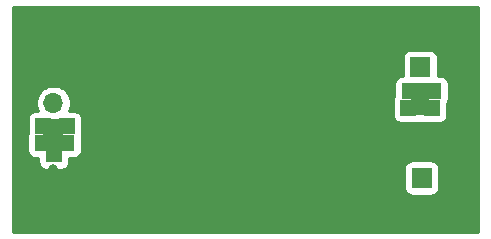
<source format=gbr>
%TF.GenerationSoftware,KiCad,Pcbnew,(5.1.10)-1*%
%TF.CreationDate,2021-11-09T18:22:06+08:00*%
%TF.ProjectId,mt3608,6d743336-3038-42e6-9b69-6361645f7063,rev?*%
%TF.SameCoordinates,Original*%
%TF.FileFunction,Copper,L2,Bot*%
%TF.FilePolarity,Positive*%
%FSLAX46Y46*%
G04 Gerber Fmt 4.6, Leading zero omitted, Abs format (unit mm)*
G04 Created by KiCad (PCBNEW (5.1.10)-1) date 2021-11-09 18:22:06*
%MOMM*%
%LPD*%
G01*
G04 APERTURE LIST*
%TA.AperFunction,SMDPad,CuDef*%
%ADD10R,1.319000X1.319000*%
%TD*%
%TA.AperFunction,SMDPad,CuDef*%
%ADD11C,0.100000*%
%TD*%
%TA.AperFunction,ComponentPad*%
%ADD12R,1.700000X1.700000*%
%TD*%
%TA.AperFunction,ComponentPad*%
%ADD13O,1.700000X1.700000*%
%TD*%
%TA.AperFunction,ViaPad*%
%ADD14C,0.800000*%
%TD*%
%TA.AperFunction,Conductor*%
%ADD15C,0.254000*%
%TD*%
%TA.AperFunction,Conductor*%
%ADD16C,0.100000*%
%TD*%
G04 APERTURE END LIST*
D10*
%TO.P,,1*%
%TO.N,N/C*%
X69590000Y-44630000D03*
X71590000Y-44630000D03*
%TA.AperFunction,SMDPad,CuDef*%
D11*
G36*
X69580792Y-45289436D02*
G01*
X69516486Y-45285390D01*
X69452882Y-45275088D01*
X69390587Y-45258629D01*
X69330195Y-45236170D01*
X69272283Y-45207924D01*
X69217404Y-45174162D01*
X69166082Y-45135206D01*
X69118805Y-45091428D01*
X69076027Y-45043245D01*
X69038154Y-44991118D01*
X69005549Y-44935544D01*
X68978522Y-44877053D01*
X68957332Y-44816204D01*
X68942182Y-44753578D01*
X68933214Y-44689772D01*
X68930516Y-44625396D01*
X68934113Y-44561063D01*
X68943970Y-44497389D01*
X68959994Y-44434981D01*
X68982031Y-44374433D01*
X69009872Y-44316326D01*
X69043250Y-44261212D01*
X69081847Y-44209619D01*
X69125294Y-44162038D01*
X69173177Y-44118924D01*
X69225038Y-44080688D01*
X69280384Y-44047696D01*
X69338684Y-44020262D01*
X69399384Y-43998648D01*
X69461902Y-43983060D01*
X69525644Y-43973648D01*
X69590000Y-43970500D01*
X71590000Y-43970500D01*
X71599208Y-43970564D01*
X71610810Y-43971294D01*
X71622360Y-43971294D01*
X71642791Y-43973306D01*
X71663514Y-43974610D01*
X71675129Y-43976492D01*
X71686769Y-43977638D01*
X71706765Y-43981615D01*
X71727118Y-43984912D01*
X71738629Y-43987953D01*
X71750245Y-43990264D01*
X71769619Y-43996141D01*
X71789413Y-44001371D01*
X71800712Y-44005574D01*
X71812179Y-44009052D01*
X71830738Y-44016739D01*
X71849805Y-44023830D01*
X71860778Y-44029182D01*
X71871973Y-44033819D01*
X71889573Y-44043226D01*
X71907717Y-44052076D01*
X71918234Y-44058546D01*
X71929051Y-44064328D01*
X71945527Y-44075337D01*
X71962596Y-44085838D01*
X71972540Y-44093387D01*
X71982864Y-44100285D01*
X71998080Y-44112773D01*
X72013918Y-44124794D01*
X72023191Y-44133381D01*
X72032893Y-44141343D01*
X72046697Y-44155147D01*
X72061195Y-44168572D01*
X72069687Y-44178137D01*
X72078657Y-44187107D01*
X72090964Y-44202103D01*
X72103973Y-44216755D01*
X72111571Y-44227212D01*
X72119715Y-44237136D01*
X72130409Y-44253140D01*
X72141846Y-44268882D01*
X72148461Y-44280157D01*
X72155672Y-44290949D01*
X72164680Y-44307802D01*
X72174451Y-44324456D01*
X72179994Y-44336452D01*
X72186181Y-44348027D01*
X72193437Y-44365545D01*
X72201478Y-44382947D01*
X72205875Y-44395574D01*
X72210948Y-44407821D01*
X72216408Y-44425821D01*
X72222668Y-44443796D01*
X72225845Y-44456927D01*
X72229736Y-44469755D01*
X72233382Y-44488084D01*
X72237818Y-44506422D01*
X72239717Y-44519935D01*
X72242362Y-44533231D01*
X72244179Y-44551682D01*
X72246786Y-44570228D01*
X72247364Y-44584012D01*
X72248706Y-44597640D01*
X72248706Y-44616040D01*
X72249484Y-44634604D01*
X72248706Y-44648519D01*
X72248706Y-44662360D01*
X72246916Y-44680534D01*
X72245887Y-44698937D01*
X72243733Y-44712854D01*
X72242362Y-44726769D01*
X72238826Y-44744546D01*
X72236030Y-44762611D01*
X72232491Y-44776393D01*
X72229736Y-44790245D01*
X72224519Y-44807444D01*
X72220006Y-44825019D01*
X72215088Y-44838531D01*
X72210948Y-44852179D01*
X72204130Y-44868641D01*
X72197969Y-44885567D01*
X72191693Y-44898666D01*
X72186181Y-44911973D01*
X72177842Y-44927574D01*
X72170128Y-44943674D01*
X72162534Y-44956214D01*
X72155672Y-44969051D01*
X72145919Y-44983647D01*
X72136750Y-44998788D01*
X72127878Y-45010647D01*
X72119715Y-45022864D01*
X72108675Y-45036317D01*
X72098153Y-45050381D01*
X72088069Y-45061424D01*
X72078657Y-45072893D01*
X72066456Y-45085094D01*
X72054706Y-45097962D01*
X72043481Y-45108069D01*
X72032893Y-45118657D01*
X72019665Y-45129513D01*
X72006823Y-45141076D01*
X71994548Y-45150126D01*
X71982864Y-45159715D01*
X71968748Y-45169147D01*
X71954962Y-45179312D01*
X71941736Y-45187196D01*
X71929051Y-45195672D01*
X71914206Y-45203607D01*
X71899616Y-45212304D01*
X71885571Y-45218913D01*
X71871973Y-45226181D01*
X71856552Y-45232569D01*
X71841316Y-45239738D01*
X71826549Y-45244996D01*
X71812179Y-45250948D01*
X71796344Y-45255752D01*
X71780616Y-45261352D01*
X71765272Y-45265178D01*
X71750245Y-45269736D01*
X71734154Y-45272937D01*
X71718098Y-45276940D01*
X71702301Y-45279273D01*
X71686769Y-45282362D01*
X71670577Y-45283957D01*
X71654356Y-45286352D01*
X71638272Y-45287139D01*
X71622360Y-45288706D01*
X71606232Y-45288706D01*
X71590000Y-45289500D01*
X69590000Y-45289500D01*
X69580792Y-45289436D01*
G37*
%TD.AperFunction*%
%TD*%
%TA.AperFunction,SMDPad,CuDef*%
%TO.P,,1*%
%TO.N,N/C*%
G36*
X69700792Y-43869436D02*
G01*
X69636486Y-43865390D01*
X69572882Y-43855088D01*
X69510587Y-43838629D01*
X69450195Y-43816170D01*
X69392283Y-43787924D01*
X69337404Y-43754162D01*
X69286082Y-43715206D01*
X69238805Y-43671428D01*
X69196027Y-43623245D01*
X69158154Y-43571118D01*
X69125549Y-43515544D01*
X69098522Y-43457053D01*
X69077332Y-43396204D01*
X69062182Y-43333578D01*
X69053214Y-43269772D01*
X69050516Y-43205396D01*
X69054113Y-43141063D01*
X69063970Y-43077389D01*
X69079994Y-43014981D01*
X69102031Y-42954433D01*
X69129872Y-42896326D01*
X69163250Y-42841212D01*
X69201847Y-42789619D01*
X69245294Y-42742038D01*
X69293177Y-42698924D01*
X69345038Y-42660688D01*
X69400384Y-42627696D01*
X69458684Y-42600262D01*
X69519384Y-42578648D01*
X69581902Y-42563060D01*
X69645644Y-42553648D01*
X69710000Y-42550500D01*
X71710000Y-42550500D01*
X71719208Y-42550564D01*
X71730810Y-42551294D01*
X71742360Y-42551294D01*
X71762791Y-42553306D01*
X71783514Y-42554610D01*
X71795129Y-42556492D01*
X71806769Y-42557638D01*
X71826765Y-42561615D01*
X71847118Y-42564912D01*
X71858629Y-42567953D01*
X71870245Y-42570264D01*
X71889619Y-42576141D01*
X71909413Y-42581371D01*
X71920712Y-42585574D01*
X71932179Y-42589052D01*
X71950738Y-42596739D01*
X71969805Y-42603830D01*
X71980778Y-42609182D01*
X71991973Y-42613819D01*
X72009573Y-42623226D01*
X72027717Y-42632076D01*
X72038234Y-42638546D01*
X72049051Y-42644328D01*
X72065527Y-42655337D01*
X72082596Y-42665838D01*
X72092540Y-42673387D01*
X72102864Y-42680285D01*
X72118080Y-42692773D01*
X72133918Y-42704794D01*
X72143191Y-42713381D01*
X72152893Y-42721343D01*
X72166697Y-42735147D01*
X72181195Y-42748572D01*
X72189687Y-42758137D01*
X72198657Y-42767107D01*
X72210964Y-42782103D01*
X72223973Y-42796755D01*
X72231571Y-42807212D01*
X72239715Y-42817136D01*
X72250409Y-42833140D01*
X72261846Y-42848882D01*
X72268461Y-42860157D01*
X72275672Y-42870949D01*
X72284680Y-42887802D01*
X72294451Y-42904456D01*
X72299994Y-42916452D01*
X72306181Y-42928027D01*
X72313437Y-42945545D01*
X72321478Y-42962947D01*
X72325875Y-42975574D01*
X72330948Y-42987821D01*
X72336408Y-43005821D01*
X72342668Y-43023796D01*
X72345845Y-43036927D01*
X72349736Y-43049755D01*
X72353382Y-43068084D01*
X72357818Y-43086422D01*
X72359717Y-43099935D01*
X72362362Y-43113231D01*
X72364179Y-43131682D01*
X72366786Y-43150228D01*
X72367364Y-43164012D01*
X72368706Y-43177640D01*
X72368706Y-43196040D01*
X72369484Y-43214604D01*
X72368706Y-43228519D01*
X72368706Y-43242360D01*
X72366916Y-43260534D01*
X72365887Y-43278937D01*
X72363733Y-43292854D01*
X72362362Y-43306769D01*
X72358826Y-43324546D01*
X72356030Y-43342611D01*
X72352491Y-43356393D01*
X72349736Y-43370245D01*
X72344519Y-43387444D01*
X72340006Y-43405019D01*
X72335088Y-43418531D01*
X72330948Y-43432179D01*
X72324130Y-43448641D01*
X72317969Y-43465567D01*
X72311693Y-43478666D01*
X72306181Y-43491973D01*
X72297842Y-43507574D01*
X72290128Y-43523674D01*
X72282534Y-43536214D01*
X72275672Y-43549051D01*
X72265919Y-43563647D01*
X72256750Y-43578788D01*
X72247878Y-43590647D01*
X72239715Y-43602864D01*
X72228675Y-43616317D01*
X72218153Y-43630381D01*
X72208069Y-43641424D01*
X72198657Y-43652893D01*
X72186456Y-43665094D01*
X72174706Y-43677962D01*
X72163481Y-43688069D01*
X72152893Y-43698657D01*
X72139665Y-43709513D01*
X72126823Y-43721076D01*
X72114548Y-43730126D01*
X72102864Y-43739715D01*
X72088748Y-43749147D01*
X72074962Y-43759312D01*
X72061736Y-43767196D01*
X72049051Y-43775672D01*
X72034206Y-43783607D01*
X72019616Y-43792304D01*
X72005571Y-43798913D01*
X71991973Y-43806181D01*
X71976552Y-43812569D01*
X71961316Y-43819738D01*
X71946549Y-43824996D01*
X71932179Y-43830948D01*
X71916344Y-43835752D01*
X71900616Y-43841352D01*
X71885272Y-43845178D01*
X71870245Y-43849736D01*
X71854154Y-43852937D01*
X71838098Y-43856940D01*
X71822301Y-43859273D01*
X71806769Y-43862362D01*
X71790577Y-43863957D01*
X71774356Y-43866352D01*
X71758272Y-43867139D01*
X71742360Y-43868706D01*
X71726232Y-43868706D01*
X71710000Y-43869500D01*
X69710000Y-43869500D01*
X69700792Y-43869436D01*
G37*
%TD.AperFunction*%
D10*
X71710000Y-43210000D03*
X69710000Y-43210000D03*
%TD*%
%TA.AperFunction,SMDPad,CuDef*%
D11*
%TO.P,,1*%
%TO.N,N/C*%
G36*
X40649208Y-46952564D02*
G01*
X40713514Y-46956610D01*
X40777118Y-46966912D01*
X40839413Y-46983371D01*
X40899805Y-47005830D01*
X40957717Y-47034076D01*
X41012596Y-47067838D01*
X41063918Y-47106794D01*
X41111195Y-47150572D01*
X41153973Y-47198755D01*
X41191846Y-47250882D01*
X41224451Y-47306456D01*
X41251478Y-47364947D01*
X41272668Y-47425796D01*
X41287818Y-47488422D01*
X41296786Y-47552228D01*
X41299484Y-47616604D01*
X41295887Y-47680937D01*
X41286030Y-47744611D01*
X41270006Y-47807019D01*
X41247969Y-47867567D01*
X41220128Y-47925674D01*
X41186750Y-47980788D01*
X41148153Y-48032381D01*
X41104706Y-48079962D01*
X41056823Y-48123076D01*
X41004962Y-48161312D01*
X40949616Y-48194304D01*
X40891316Y-48221738D01*
X40830616Y-48243352D01*
X40768098Y-48258940D01*
X40704356Y-48268352D01*
X40640000Y-48271500D01*
X38640000Y-48271500D01*
X38630792Y-48271436D01*
X38619190Y-48270706D01*
X38607640Y-48270706D01*
X38587209Y-48268694D01*
X38566486Y-48267390D01*
X38554871Y-48265508D01*
X38543231Y-48264362D01*
X38523235Y-48260385D01*
X38502882Y-48257088D01*
X38491371Y-48254047D01*
X38479755Y-48251736D01*
X38460381Y-48245859D01*
X38440587Y-48240629D01*
X38429288Y-48236426D01*
X38417821Y-48232948D01*
X38399262Y-48225261D01*
X38380195Y-48218170D01*
X38369222Y-48212818D01*
X38358027Y-48208181D01*
X38340427Y-48198774D01*
X38322283Y-48189924D01*
X38311766Y-48183454D01*
X38300949Y-48177672D01*
X38284473Y-48166663D01*
X38267404Y-48156162D01*
X38257460Y-48148613D01*
X38247136Y-48141715D01*
X38231920Y-48129227D01*
X38216082Y-48117206D01*
X38206809Y-48108619D01*
X38197107Y-48100657D01*
X38183303Y-48086853D01*
X38168805Y-48073428D01*
X38160313Y-48063863D01*
X38151343Y-48054893D01*
X38139036Y-48039897D01*
X38126027Y-48025245D01*
X38118429Y-48014788D01*
X38110285Y-48004864D01*
X38099591Y-47988860D01*
X38088154Y-47973118D01*
X38081539Y-47961843D01*
X38074328Y-47951051D01*
X38065320Y-47934198D01*
X38055549Y-47917544D01*
X38050006Y-47905548D01*
X38043819Y-47893973D01*
X38036563Y-47876455D01*
X38028522Y-47859053D01*
X38024125Y-47846426D01*
X38019052Y-47834179D01*
X38013592Y-47816179D01*
X38007332Y-47798204D01*
X38004155Y-47785073D01*
X38000264Y-47772245D01*
X37996618Y-47753916D01*
X37992182Y-47735578D01*
X37990283Y-47722065D01*
X37987638Y-47708769D01*
X37985821Y-47690318D01*
X37983214Y-47671772D01*
X37982636Y-47657988D01*
X37981294Y-47644360D01*
X37981294Y-47625960D01*
X37980516Y-47607396D01*
X37981294Y-47593481D01*
X37981294Y-47579640D01*
X37983084Y-47561466D01*
X37984113Y-47543063D01*
X37986267Y-47529146D01*
X37987638Y-47515231D01*
X37991174Y-47497454D01*
X37993970Y-47479389D01*
X37997509Y-47465607D01*
X38000264Y-47451755D01*
X38005481Y-47434556D01*
X38009994Y-47416981D01*
X38014912Y-47403469D01*
X38019052Y-47389821D01*
X38025870Y-47373359D01*
X38032031Y-47356433D01*
X38038307Y-47343334D01*
X38043819Y-47330027D01*
X38052158Y-47314426D01*
X38059872Y-47298326D01*
X38067466Y-47285786D01*
X38074328Y-47272949D01*
X38084081Y-47258353D01*
X38093250Y-47243212D01*
X38102122Y-47231353D01*
X38110285Y-47219136D01*
X38121325Y-47205683D01*
X38131847Y-47191619D01*
X38141931Y-47180576D01*
X38151343Y-47169107D01*
X38163544Y-47156906D01*
X38175294Y-47144038D01*
X38186519Y-47133931D01*
X38197107Y-47123343D01*
X38210335Y-47112487D01*
X38223177Y-47100924D01*
X38235452Y-47091874D01*
X38247136Y-47082285D01*
X38261252Y-47072853D01*
X38275038Y-47062688D01*
X38288264Y-47054804D01*
X38300949Y-47046328D01*
X38315794Y-47038393D01*
X38330384Y-47029696D01*
X38344429Y-47023087D01*
X38358027Y-47015819D01*
X38373448Y-47009431D01*
X38388684Y-47002262D01*
X38403451Y-46997004D01*
X38417821Y-46991052D01*
X38433656Y-46986248D01*
X38449384Y-46980648D01*
X38464728Y-46976822D01*
X38479755Y-46972264D01*
X38495846Y-46969063D01*
X38511902Y-46965060D01*
X38527699Y-46962727D01*
X38543231Y-46959638D01*
X38559423Y-46958043D01*
X38575644Y-46955648D01*
X38591728Y-46954861D01*
X38607640Y-46953294D01*
X38623768Y-46953294D01*
X38640000Y-46952500D01*
X40640000Y-46952500D01*
X40649208Y-46952564D01*
G37*
%TD.AperFunction*%
D10*
X38640000Y-47612000D03*
X40640000Y-47612000D03*
%TD*%
%TO.P,,1*%
%TO.N,N/C*%
X39570000Y-46590000D03*
X39570000Y-48590000D03*
%TA.AperFunction,SMDPad,CuDef*%
D11*
G36*
X38910564Y-46580792D02*
G01*
X38914610Y-46516486D01*
X38924912Y-46452882D01*
X38941371Y-46390587D01*
X38963830Y-46330195D01*
X38992076Y-46272283D01*
X39025838Y-46217404D01*
X39064794Y-46166082D01*
X39108572Y-46118805D01*
X39156755Y-46076027D01*
X39208882Y-46038154D01*
X39264456Y-46005549D01*
X39322947Y-45978522D01*
X39383796Y-45957332D01*
X39446422Y-45942182D01*
X39510228Y-45933214D01*
X39574604Y-45930516D01*
X39638937Y-45934113D01*
X39702611Y-45943970D01*
X39765019Y-45959994D01*
X39825567Y-45982031D01*
X39883674Y-46009872D01*
X39938788Y-46043250D01*
X39990381Y-46081847D01*
X40037962Y-46125294D01*
X40081076Y-46173177D01*
X40119312Y-46225038D01*
X40152304Y-46280384D01*
X40179738Y-46338684D01*
X40201352Y-46399384D01*
X40216940Y-46461902D01*
X40226352Y-46525644D01*
X40229500Y-46590000D01*
X40229500Y-48590000D01*
X40229436Y-48599208D01*
X40228706Y-48610810D01*
X40228706Y-48622360D01*
X40226694Y-48642791D01*
X40225390Y-48663514D01*
X40223508Y-48675129D01*
X40222362Y-48686769D01*
X40218385Y-48706765D01*
X40215088Y-48727118D01*
X40212047Y-48738629D01*
X40209736Y-48750245D01*
X40203859Y-48769619D01*
X40198629Y-48789413D01*
X40194426Y-48800712D01*
X40190948Y-48812179D01*
X40183261Y-48830738D01*
X40176170Y-48849805D01*
X40170818Y-48860778D01*
X40166181Y-48871973D01*
X40156774Y-48889573D01*
X40147924Y-48907717D01*
X40141454Y-48918234D01*
X40135672Y-48929051D01*
X40124663Y-48945527D01*
X40114162Y-48962596D01*
X40106613Y-48972540D01*
X40099715Y-48982864D01*
X40087227Y-48998080D01*
X40075206Y-49013918D01*
X40066619Y-49023191D01*
X40058657Y-49032893D01*
X40044853Y-49046697D01*
X40031428Y-49061195D01*
X40021863Y-49069687D01*
X40012893Y-49078657D01*
X39997897Y-49090964D01*
X39983245Y-49103973D01*
X39972788Y-49111571D01*
X39962864Y-49119715D01*
X39946860Y-49130409D01*
X39931118Y-49141846D01*
X39919843Y-49148461D01*
X39909051Y-49155672D01*
X39892198Y-49164680D01*
X39875544Y-49174451D01*
X39863548Y-49179994D01*
X39851973Y-49186181D01*
X39834455Y-49193437D01*
X39817053Y-49201478D01*
X39804426Y-49205875D01*
X39792179Y-49210948D01*
X39774179Y-49216408D01*
X39756204Y-49222668D01*
X39743073Y-49225845D01*
X39730245Y-49229736D01*
X39711916Y-49233382D01*
X39693578Y-49237818D01*
X39680065Y-49239717D01*
X39666769Y-49242362D01*
X39648318Y-49244179D01*
X39629772Y-49246786D01*
X39615988Y-49247364D01*
X39602360Y-49248706D01*
X39583960Y-49248706D01*
X39565396Y-49249484D01*
X39551481Y-49248706D01*
X39537640Y-49248706D01*
X39519466Y-49246916D01*
X39501063Y-49245887D01*
X39487146Y-49243733D01*
X39473231Y-49242362D01*
X39455454Y-49238826D01*
X39437389Y-49236030D01*
X39423607Y-49232491D01*
X39409755Y-49229736D01*
X39392556Y-49224519D01*
X39374981Y-49220006D01*
X39361469Y-49215088D01*
X39347821Y-49210948D01*
X39331359Y-49204130D01*
X39314433Y-49197969D01*
X39301334Y-49191693D01*
X39288027Y-49186181D01*
X39272426Y-49177842D01*
X39256326Y-49170128D01*
X39243786Y-49162534D01*
X39230949Y-49155672D01*
X39216353Y-49145919D01*
X39201212Y-49136750D01*
X39189353Y-49127878D01*
X39177136Y-49119715D01*
X39163683Y-49108675D01*
X39149619Y-49098153D01*
X39138576Y-49088069D01*
X39127107Y-49078657D01*
X39114906Y-49066456D01*
X39102038Y-49054706D01*
X39091931Y-49043481D01*
X39081343Y-49032893D01*
X39070487Y-49019665D01*
X39058924Y-49006823D01*
X39049874Y-48994548D01*
X39040285Y-48982864D01*
X39030853Y-48968748D01*
X39020688Y-48954962D01*
X39012804Y-48941736D01*
X39004328Y-48929051D01*
X38996393Y-48914206D01*
X38987696Y-48899616D01*
X38981087Y-48885571D01*
X38973819Y-48871973D01*
X38967431Y-48856552D01*
X38960262Y-48841316D01*
X38955004Y-48826549D01*
X38949052Y-48812179D01*
X38944248Y-48796344D01*
X38938648Y-48780616D01*
X38934822Y-48765272D01*
X38930264Y-48750245D01*
X38927063Y-48734154D01*
X38923060Y-48718098D01*
X38920727Y-48702301D01*
X38917638Y-48686769D01*
X38916043Y-48670577D01*
X38913648Y-48654356D01*
X38912861Y-48638272D01*
X38911294Y-48622360D01*
X38911294Y-48606232D01*
X38910500Y-48590000D01*
X38910500Y-46590000D01*
X38910564Y-46580792D01*
G37*
%TD.AperFunction*%
%TD*%
%TA.AperFunction,SMDPad,CuDef*%
%TO.P,,1*%
%TO.N,N/C*%
G36*
X40679208Y-45550564D02*
G01*
X40743514Y-45554610D01*
X40807118Y-45564912D01*
X40869413Y-45581371D01*
X40929805Y-45603830D01*
X40987717Y-45632076D01*
X41042596Y-45665838D01*
X41093918Y-45704794D01*
X41141195Y-45748572D01*
X41183973Y-45796755D01*
X41221846Y-45848882D01*
X41254451Y-45904456D01*
X41281478Y-45962947D01*
X41302668Y-46023796D01*
X41317818Y-46086422D01*
X41326786Y-46150228D01*
X41329484Y-46214604D01*
X41325887Y-46278937D01*
X41316030Y-46342611D01*
X41300006Y-46405019D01*
X41277969Y-46465567D01*
X41250128Y-46523674D01*
X41216750Y-46578788D01*
X41178153Y-46630381D01*
X41134706Y-46677962D01*
X41086823Y-46721076D01*
X41034962Y-46759312D01*
X40979616Y-46792304D01*
X40921316Y-46819738D01*
X40860616Y-46841352D01*
X40798098Y-46856940D01*
X40734356Y-46866352D01*
X40670000Y-46869500D01*
X38670000Y-46869500D01*
X38660792Y-46869436D01*
X38649190Y-46868706D01*
X38637640Y-46868706D01*
X38617209Y-46866694D01*
X38596486Y-46865390D01*
X38584871Y-46863508D01*
X38573231Y-46862362D01*
X38553235Y-46858385D01*
X38532882Y-46855088D01*
X38521371Y-46852047D01*
X38509755Y-46849736D01*
X38490381Y-46843859D01*
X38470587Y-46838629D01*
X38459288Y-46834426D01*
X38447821Y-46830948D01*
X38429262Y-46823261D01*
X38410195Y-46816170D01*
X38399222Y-46810818D01*
X38388027Y-46806181D01*
X38370427Y-46796774D01*
X38352283Y-46787924D01*
X38341766Y-46781454D01*
X38330949Y-46775672D01*
X38314473Y-46764663D01*
X38297404Y-46754162D01*
X38287460Y-46746613D01*
X38277136Y-46739715D01*
X38261920Y-46727227D01*
X38246082Y-46715206D01*
X38236809Y-46706619D01*
X38227107Y-46698657D01*
X38213303Y-46684853D01*
X38198805Y-46671428D01*
X38190313Y-46661863D01*
X38181343Y-46652893D01*
X38169036Y-46637897D01*
X38156027Y-46623245D01*
X38148429Y-46612788D01*
X38140285Y-46602864D01*
X38129591Y-46586860D01*
X38118154Y-46571118D01*
X38111539Y-46559843D01*
X38104328Y-46549051D01*
X38095320Y-46532198D01*
X38085549Y-46515544D01*
X38080006Y-46503548D01*
X38073819Y-46491973D01*
X38066563Y-46474455D01*
X38058522Y-46457053D01*
X38054125Y-46444426D01*
X38049052Y-46432179D01*
X38043592Y-46414179D01*
X38037332Y-46396204D01*
X38034155Y-46383073D01*
X38030264Y-46370245D01*
X38026618Y-46351916D01*
X38022182Y-46333578D01*
X38020283Y-46320065D01*
X38017638Y-46306769D01*
X38015821Y-46288318D01*
X38013214Y-46269772D01*
X38012636Y-46255988D01*
X38011294Y-46242360D01*
X38011294Y-46223960D01*
X38010516Y-46205396D01*
X38011294Y-46191481D01*
X38011294Y-46177640D01*
X38013084Y-46159466D01*
X38014113Y-46141063D01*
X38016267Y-46127146D01*
X38017638Y-46113231D01*
X38021174Y-46095454D01*
X38023970Y-46077389D01*
X38027509Y-46063607D01*
X38030264Y-46049755D01*
X38035481Y-46032556D01*
X38039994Y-46014981D01*
X38044912Y-46001469D01*
X38049052Y-45987821D01*
X38055870Y-45971359D01*
X38062031Y-45954433D01*
X38068307Y-45941334D01*
X38073819Y-45928027D01*
X38082158Y-45912426D01*
X38089872Y-45896326D01*
X38097466Y-45883786D01*
X38104328Y-45870949D01*
X38114081Y-45856353D01*
X38123250Y-45841212D01*
X38132122Y-45829353D01*
X38140285Y-45817136D01*
X38151325Y-45803683D01*
X38161847Y-45789619D01*
X38171931Y-45778576D01*
X38181343Y-45767107D01*
X38193544Y-45754906D01*
X38205294Y-45742038D01*
X38216519Y-45731931D01*
X38227107Y-45721343D01*
X38240335Y-45710487D01*
X38253177Y-45698924D01*
X38265452Y-45689874D01*
X38277136Y-45680285D01*
X38291252Y-45670853D01*
X38305038Y-45660688D01*
X38318264Y-45652804D01*
X38330949Y-45644328D01*
X38345794Y-45636393D01*
X38360384Y-45627696D01*
X38374429Y-45621087D01*
X38388027Y-45613819D01*
X38403448Y-45607431D01*
X38418684Y-45600262D01*
X38433451Y-45595004D01*
X38447821Y-45589052D01*
X38463656Y-45584248D01*
X38479384Y-45578648D01*
X38494728Y-45574822D01*
X38509755Y-45570264D01*
X38525846Y-45567063D01*
X38541902Y-45563060D01*
X38557699Y-45560727D01*
X38573231Y-45557638D01*
X38589423Y-45556043D01*
X38605644Y-45553648D01*
X38621728Y-45552861D01*
X38637640Y-45551294D01*
X38653768Y-45551294D01*
X38670000Y-45550500D01*
X40670000Y-45550500D01*
X40679208Y-45550564D01*
G37*
%TD.AperFunction*%
D10*
X38670000Y-46210000D03*
X40670000Y-46210000D03*
%TD*%
D12*
%TO.P,EN,1*%
%TO.N,Net-(EN1-Pad1)*%
X70730000Y-50580000D03*
%TD*%
%TO.P,Vin,1*%
%TO.N,Net-(C1-Pad1)*%
X70590000Y-41220000D03*
D13*
%TO.P,Vin,2*%
%TO.N,GND*%
X70590000Y-43760000D03*
%TD*%
%TO.P,Vout,2*%
%TO.N,Net-(C2-Pad1)*%
X39550000Y-44240000D03*
D12*
%TO.P,Vout,1*%
%TO.N,GND*%
X39550000Y-46780000D03*
%TD*%
D14*
%TO.N,GND*%
X39550000Y-50968000D03*
X39550000Y-49820000D03*
X51327500Y-45777500D03*
X52130000Y-45310000D03*
X53180000Y-45310000D03*
X50282500Y-45777500D03*
X70590000Y-46250000D03*
X70032500Y-47117500D03*
X68892500Y-47117500D03*
X67842500Y-47117500D03*
%TD*%
D15*
%TO.N,GND*%
X75460001Y-55140000D02*
X36140000Y-55140000D01*
X36140000Y-46952500D01*
X37342428Y-46952500D01*
X37342428Y-48271500D01*
X37354688Y-48395982D01*
X37390998Y-48515680D01*
X37449963Y-48625994D01*
X37529315Y-48722685D01*
X37626006Y-48802037D01*
X37736320Y-48861002D01*
X37856018Y-48897312D01*
X37980500Y-48909572D01*
X38272428Y-48909572D01*
X38272428Y-49249500D01*
X38284688Y-49373982D01*
X38320998Y-49493680D01*
X38379963Y-49603994D01*
X38459315Y-49700685D01*
X38556006Y-49780037D01*
X38666320Y-49839002D01*
X38786018Y-49875312D01*
X38910500Y-49887572D01*
X40229500Y-49887572D01*
X40353982Y-49875312D01*
X40473680Y-49839002D01*
X40583994Y-49780037D01*
X40644964Y-49730000D01*
X69241928Y-49730000D01*
X69241928Y-51430000D01*
X69254188Y-51554482D01*
X69290498Y-51674180D01*
X69349463Y-51784494D01*
X69428815Y-51881185D01*
X69525506Y-51960537D01*
X69635820Y-52019502D01*
X69755518Y-52055812D01*
X69880000Y-52068072D01*
X71580000Y-52068072D01*
X71704482Y-52055812D01*
X71824180Y-52019502D01*
X71934494Y-51960537D01*
X72031185Y-51881185D01*
X72110537Y-51784494D01*
X72169502Y-51674180D01*
X72205812Y-51554482D01*
X72218072Y-51430000D01*
X72218072Y-49730000D01*
X72205812Y-49605518D01*
X72169502Y-49485820D01*
X72110537Y-49375506D01*
X72031185Y-49278815D01*
X71934494Y-49199463D01*
X71824180Y-49140498D01*
X71704482Y-49104188D01*
X71580000Y-49091928D01*
X69880000Y-49091928D01*
X69755518Y-49104188D01*
X69635820Y-49140498D01*
X69525506Y-49199463D01*
X69428815Y-49278815D01*
X69349463Y-49375506D01*
X69290498Y-49485820D01*
X69254188Y-49605518D01*
X69241928Y-49730000D01*
X40644964Y-49730000D01*
X40680685Y-49700685D01*
X40760037Y-49603994D01*
X40819002Y-49493680D01*
X40855312Y-49373982D01*
X40867572Y-49249500D01*
X40867572Y-48909572D01*
X41299500Y-48909572D01*
X41423982Y-48897312D01*
X41543680Y-48861002D01*
X41653994Y-48802037D01*
X41750685Y-48722685D01*
X41830037Y-48625994D01*
X41889002Y-48515680D01*
X41925312Y-48395982D01*
X41937572Y-48271500D01*
X41937572Y-47052463D01*
X41955312Y-46993982D01*
X41967572Y-46869500D01*
X41967572Y-45550500D01*
X41955312Y-45426018D01*
X41919002Y-45306320D01*
X41860037Y-45196006D01*
X41780685Y-45099315D01*
X41683994Y-45019963D01*
X41573680Y-44960998D01*
X41453982Y-44924688D01*
X41329500Y-44912428D01*
X40878824Y-44912428D01*
X40977932Y-44673158D01*
X41035000Y-44386260D01*
X41035000Y-44093740D01*
X41010486Y-43970500D01*
X68292428Y-43970500D01*
X68292428Y-45289500D01*
X68304688Y-45413982D01*
X68340998Y-45533680D01*
X68399963Y-45643994D01*
X68479315Y-45740685D01*
X68576006Y-45820037D01*
X68686320Y-45879002D01*
X68806018Y-45915312D01*
X68930500Y-45927572D01*
X72249500Y-45927572D01*
X72373982Y-45915312D01*
X72493680Y-45879002D01*
X72603994Y-45820037D01*
X72700685Y-45740685D01*
X72780037Y-45643994D01*
X72839002Y-45533680D01*
X72875312Y-45413982D01*
X72887572Y-45289500D01*
X72887572Y-44239183D01*
X72900037Y-44223994D01*
X72959002Y-44113680D01*
X72995312Y-43993982D01*
X73007572Y-43869500D01*
X73007572Y-42550500D01*
X72995312Y-42426018D01*
X72959002Y-42306320D01*
X72900037Y-42196006D01*
X72820685Y-42099315D01*
X72723994Y-42019963D01*
X72613680Y-41960998D01*
X72493982Y-41924688D01*
X72369500Y-41912428D01*
X72078072Y-41912428D01*
X72078072Y-40370000D01*
X72065812Y-40245518D01*
X72029502Y-40125820D01*
X71970537Y-40015506D01*
X71891185Y-39918815D01*
X71794494Y-39839463D01*
X71684180Y-39780498D01*
X71564482Y-39744188D01*
X71440000Y-39731928D01*
X69740000Y-39731928D01*
X69615518Y-39744188D01*
X69495820Y-39780498D01*
X69385506Y-39839463D01*
X69288815Y-39918815D01*
X69209463Y-40015506D01*
X69150498Y-40125820D01*
X69114188Y-40245518D01*
X69101928Y-40370000D01*
X69101928Y-41912428D01*
X69050500Y-41912428D01*
X68926018Y-41924688D01*
X68806320Y-41960998D01*
X68696006Y-42019963D01*
X68599315Y-42099315D01*
X68519963Y-42196006D01*
X68460998Y-42306320D01*
X68424688Y-42426018D01*
X68412428Y-42550500D01*
X68412428Y-43600817D01*
X68399963Y-43616006D01*
X68340998Y-43726320D01*
X68304688Y-43846018D01*
X68292428Y-43970500D01*
X41010486Y-43970500D01*
X40977932Y-43806842D01*
X40865990Y-43536589D01*
X40703475Y-43293368D01*
X40496632Y-43086525D01*
X40253411Y-42924010D01*
X39983158Y-42812068D01*
X39696260Y-42755000D01*
X39403740Y-42755000D01*
X39116842Y-42812068D01*
X38846589Y-42924010D01*
X38603368Y-43086525D01*
X38396525Y-43293368D01*
X38234010Y-43536589D01*
X38122068Y-43806842D01*
X38065000Y-44093740D01*
X38065000Y-44386260D01*
X38122068Y-44673158D01*
X38221176Y-44912428D01*
X38010500Y-44912428D01*
X37886018Y-44924688D01*
X37766320Y-44960998D01*
X37656006Y-45019963D01*
X37559315Y-45099315D01*
X37479963Y-45196006D01*
X37420998Y-45306320D01*
X37384688Y-45426018D01*
X37372428Y-45550500D01*
X37372428Y-46769537D01*
X37354688Y-46828018D01*
X37342428Y-46952500D01*
X36140000Y-46952500D01*
X36140000Y-36140000D01*
X75460000Y-36140000D01*
X75460001Y-55140000D01*
%TA.AperFunction,Conductor*%
D16*
G36*
X75460001Y-55140000D02*
G01*
X36140000Y-55140000D01*
X36140000Y-46952500D01*
X37342428Y-46952500D01*
X37342428Y-48271500D01*
X37354688Y-48395982D01*
X37390998Y-48515680D01*
X37449963Y-48625994D01*
X37529315Y-48722685D01*
X37626006Y-48802037D01*
X37736320Y-48861002D01*
X37856018Y-48897312D01*
X37980500Y-48909572D01*
X38272428Y-48909572D01*
X38272428Y-49249500D01*
X38284688Y-49373982D01*
X38320998Y-49493680D01*
X38379963Y-49603994D01*
X38459315Y-49700685D01*
X38556006Y-49780037D01*
X38666320Y-49839002D01*
X38786018Y-49875312D01*
X38910500Y-49887572D01*
X40229500Y-49887572D01*
X40353982Y-49875312D01*
X40473680Y-49839002D01*
X40583994Y-49780037D01*
X40644964Y-49730000D01*
X69241928Y-49730000D01*
X69241928Y-51430000D01*
X69254188Y-51554482D01*
X69290498Y-51674180D01*
X69349463Y-51784494D01*
X69428815Y-51881185D01*
X69525506Y-51960537D01*
X69635820Y-52019502D01*
X69755518Y-52055812D01*
X69880000Y-52068072D01*
X71580000Y-52068072D01*
X71704482Y-52055812D01*
X71824180Y-52019502D01*
X71934494Y-51960537D01*
X72031185Y-51881185D01*
X72110537Y-51784494D01*
X72169502Y-51674180D01*
X72205812Y-51554482D01*
X72218072Y-51430000D01*
X72218072Y-49730000D01*
X72205812Y-49605518D01*
X72169502Y-49485820D01*
X72110537Y-49375506D01*
X72031185Y-49278815D01*
X71934494Y-49199463D01*
X71824180Y-49140498D01*
X71704482Y-49104188D01*
X71580000Y-49091928D01*
X69880000Y-49091928D01*
X69755518Y-49104188D01*
X69635820Y-49140498D01*
X69525506Y-49199463D01*
X69428815Y-49278815D01*
X69349463Y-49375506D01*
X69290498Y-49485820D01*
X69254188Y-49605518D01*
X69241928Y-49730000D01*
X40644964Y-49730000D01*
X40680685Y-49700685D01*
X40760037Y-49603994D01*
X40819002Y-49493680D01*
X40855312Y-49373982D01*
X40867572Y-49249500D01*
X40867572Y-48909572D01*
X41299500Y-48909572D01*
X41423982Y-48897312D01*
X41543680Y-48861002D01*
X41653994Y-48802037D01*
X41750685Y-48722685D01*
X41830037Y-48625994D01*
X41889002Y-48515680D01*
X41925312Y-48395982D01*
X41937572Y-48271500D01*
X41937572Y-47052463D01*
X41955312Y-46993982D01*
X41967572Y-46869500D01*
X41967572Y-45550500D01*
X41955312Y-45426018D01*
X41919002Y-45306320D01*
X41860037Y-45196006D01*
X41780685Y-45099315D01*
X41683994Y-45019963D01*
X41573680Y-44960998D01*
X41453982Y-44924688D01*
X41329500Y-44912428D01*
X40878824Y-44912428D01*
X40977932Y-44673158D01*
X41035000Y-44386260D01*
X41035000Y-44093740D01*
X41010486Y-43970500D01*
X68292428Y-43970500D01*
X68292428Y-45289500D01*
X68304688Y-45413982D01*
X68340998Y-45533680D01*
X68399963Y-45643994D01*
X68479315Y-45740685D01*
X68576006Y-45820037D01*
X68686320Y-45879002D01*
X68806018Y-45915312D01*
X68930500Y-45927572D01*
X72249500Y-45927572D01*
X72373982Y-45915312D01*
X72493680Y-45879002D01*
X72603994Y-45820037D01*
X72700685Y-45740685D01*
X72780037Y-45643994D01*
X72839002Y-45533680D01*
X72875312Y-45413982D01*
X72887572Y-45289500D01*
X72887572Y-44239183D01*
X72900037Y-44223994D01*
X72959002Y-44113680D01*
X72995312Y-43993982D01*
X73007572Y-43869500D01*
X73007572Y-42550500D01*
X72995312Y-42426018D01*
X72959002Y-42306320D01*
X72900037Y-42196006D01*
X72820685Y-42099315D01*
X72723994Y-42019963D01*
X72613680Y-41960998D01*
X72493982Y-41924688D01*
X72369500Y-41912428D01*
X72078072Y-41912428D01*
X72078072Y-40370000D01*
X72065812Y-40245518D01*
X72029502Y-40125820D01*
X71970537Y-40015506D01*
X71891185Y-39918815D01*
X71794494Y-39839463D01*
X71684180Y-39780498D01*
X71564482Y-39744188D01*
X71440000Y-39731928D01*
X69740000Y-39731928D01*
X69615518Y-39744188D01*
X69495820Y-39780498D01*
X69385506Y-39839463D01*
X69288815Y-39918815D01*
X69209463Y-40015506D01*
X69150498Y-40125820D01*
X69114188Y-40245518D01*
X69101928Y-40370000D01*
X69101928Y-41912428D01*
X69050500Y-41912428D01*
X68926018Y-41924688D01*
X68806320Y-41960998D01*
X68696006Y-42019963D01*
X68599315Y-42099315D01*
X68519963Y-42196006D01*
X68460998Y-42306320D01*
X68424688Y-42426018D01*
X68412428Y-42550500D01*
X68412428Y-43600817D01*
X68399963Y-43616006D01*
X68340998Y-43726320D01*
X68304688Y-43846018D01*
X68292428Y-43970500D01*
X41010486Y-43970500D01*
X40977932Y-43806842D01*
X40865990Y-43536589D01*
X40703475Y-43293368D01*
X40496632Y-43086525D01*
X40253411Y-42924010D01*
X39983158Y-42812068D01*
X39696260Y-42755000D01*
X39403740Y-42755000D01*
X39116842Y-42812068D01*
X38846589Y-42924010D01*
X38603368Y-43086525D01*
X38396525Y-43293368D01*
X38234010Y-43536589D01*
X38122068Y-43806842D01*
X38065000Y-44093740D01*
X38065000Y-44386260D01*
X38122068Y-44673158D01*
X38221176Y-44912428D01*
X38010500Y-44912428D01*
X37886018Y-44924688D01*
X37766320Y-44960998D01*
X37656006Y-45019963D01*
X37559315Y-45099315D01*
X37479963Y-45196006D01*
X37420998Y-45306320D01*
X37384688Y-45426018D01*
X37372428Y-45550500D01*
X37372428Y-46769537D01*
X37354688Y-46828018D01*
X37342428Y-46952500D01*
X36140000Y-46952500D01*
X36140000Y-36140000D01*
X75460000Y-36140000D01*
X75460001Y-55140000D01*
G37*
%TD.AperFunction*%
%TD*%
M02*

</source>
